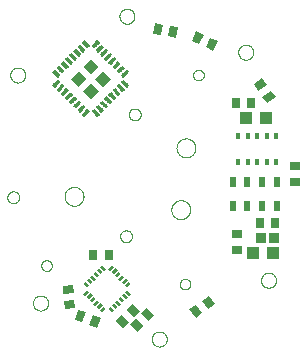
<source format=gtp>
G75*
%MOIN*%
%OFA0B0*%
%FSLAX25Y25*%
%IPPOS*%
%LPD*%
%AMOC8*
5,1,8,0,0,1.08239X$1,22.5*
%
%ADD10C,0.00000*%
%ADD11C,0.00591*%
%ADD12R,0.03740X0.03740*%
%ADD13R,0.02756X0.03543*%
%ADD14R,0.04331X0.03937*%
%ADD15R,0.01772X0.00984*%
%ADD16R,0.02362X0.03740*%
%ADD17R,0.01476X0.02362*%
%ADD18R,0.03543X0.02756*%
%ADD19R,0.03346X0.03543*%
D10*
X0038119Y0033019D02*
X0038121Y0033118D01*
X0038127Y0033218D01*
X0038137Y0033317D01*
X0038151Y0033415D01*
X0038168Y0033513D01*
X0038190Y0033610D01*
X0038215Y0033706D01*
X0038244Y0033801D01*
X0038277Y0033895D01*
X0038314Y0033987D01*
X0038354Y0034078D01*
X0038398Y0034167D01*
X0038446Y0034255D01*
X0038497Y0034340D01*
X0038551Y0034423D01*
X0038608Y0034505D01*
X0038669Y0034583D01*
X0038733Y0034660D01*
X0038799Y0034733D01*
X0038869Y0034804D01*
X0038941Y0034872D01*
X0039016Y0034938D01*
X0039094Y0035000D01*
X0039174Y0035059D01*
X0039256Y0035115D01*
X0039340Y0035167D01*
X0039427Y0035216D01*
X0039515Y0035262D01*
X0039605Y0035304D01*
X0039697Y0035343D01*
X0039790Y0035378D01*
X0039884Y0035409D01*
X0039980Y0035436D01*
X0040077Y0035459D01*
X0040174Y0035479D01*
X0040272Y0035495D01*
X0040371Y0035507D01*
X0040470Y0035515D01*
X0040569Y0035519D01*
X0040669Y0035519D01*
X0040768Y0035515D01*
X0040867Y0035507D01*
X0040966Y0035495D01*
X0041064Y0035479D01*
X0041161Y0035459D01*
X0041258Y0035436D01*
X0041354Y0035409D01*
X0041448Y0035378D01*
X0041541Y0035343D01*
X0041633Y0035304D01*
X0041723Y0035262D01*
X0041811Y0035216D01*
X0041898Y0035167D01*
X0041982Y0035115D01*
X0042064Y0035059D01*
X0042144Y0035000D01*
X0042222Y0034938D01*
X0042297Y0034872D01*
X0042369Y0034804D01*
X0042439Y0034733D01*
X0042505Y0034660D01*
X0042569Y0034583D01*
X0042630Y0034505D01*
X0042687Y0034423D01*
X0042741Y0034340D01*
X0042792Y0034255D01*
X0042840Y0034167D01*
X0042884Y0034078D01*
X0042924Y0033987D01*
X0042961Y0033895D01*
X0042994Y0033801D01*
X0043023Y0033706D01*
X0043048Y0033610D01*
X0043070Y0033513D01*
X0043087Y0033415D01*
X0043101Y0033317D01*
X0043111Y0033218D01*
X0043117Y0033118D01*
X0043119Y0033019D01*
X0043117Y0032920D01*
X0043111Y0032820D01*
X0043101Y0032721D01*
X0043087Y0032623D01*
X0043070Y0032525D01*
X0043048Y0032428D01*
X0043023Y0032332D01*
X0042994Y0032237D01*
X0042961Y0032143D01*
X0042924Y0032051D01*
X0042884Y0031960D01*
X0042840Y0031871D01*
X0042792Y0031783D01*
X0042741Y0031698D01*
X0042687Y0031615D01*
X0042630Y0031533D01*
X0042569Y0031455D01*
X0042505Y0031378D01*
X0042439Y0031305D01*
X0042369Y0031234D01*
X0042297Y0031166D01*
X0042222Y0031100D01*
X0042144Y0031038D01*
X0042064Y0030979D01*
X0041982Y0030923D01*
X0041898Y0030871D01*
X0041811Y0030822D01*
X0041723Y0030776D01*
X0041633Y0030734D01*
X0041541Y0030695D01*
X0041448Y0030660D01*
X0041354Y0030629D01*
X0041258Y0030602D01*
X0041161Y0030579D01*
X0041064Y0030559D01*
X0040966Y0030543D01*
X0040867Y0030531D01*
X0040768Y0030523D01*
X0040669Y0030519D01*
X0040569Y0030519D01*
X0040470Y0030523D01*
X0040371Y0030531D01*
X0040272Y0030543D01*
X0040174Y0030559D01*
X0040077Y0030579D01*
X0039980Y0030602D01*
X0039884Y0030629D01*
X0039790Y0030660D01*
X0039697Y0030695D01*
X0039605Y0030734D01*
X0039515Y0030776D01*
X0039427Y0030822D01*
X0039340Y0030871D01*
X0039256Y0030923D01*
X0039174Y0030979D01*
X0039094Y0031038D01*
X0039016Y0031100D01*
X0038941Y0031166D01*
X0038869Y0031234D01*
X0038799Y0031305D01*
X0038733Y0031378D01*
X0038669Y0031455D01*
X0038608Y0031533D01*
X0038551Y0031615D01*
X0038497Y0031698D01*
X0038446Y0031783D01*
X0038398Y0031871D01*
X0038354Y0031960D01*
X0038314Y0032051D01*
X0038277Y0032143D01*
X0038244Y0032237D01*
X0038215Y0032332D01*
X0038190Y0032428D01*
X0038168Y0032525D01*
X0038151Y0032623D01*
X0038137Y0032721D01*
X0038127Y0032820D01*
X0038121Y0032920D01*
X0038119Y0033019D01*
X0040859Y0045486D02*
X0040861Y0045570D01*
X0040867Y0045653D01*
X0040877Y0045736D01*
X0040891Y0045819D01*
X0040908Y0045901D01*
X0040930Y0045982D01*
X0040955Y0046061D01*
X0040984Y0046140D01*
X0041017Y0046217D01*
X0041053Y0046292D01*
X0041093Y0046366D01*
X0041136Y0046438D01*
X0041183Y0046507D01*
X0041233Y0046574D01*
X0041286Y0046639D01*
X0041342Y0046701D01*
X0041400Y0046761D01*
X0041462Y0046818D01*
X0041526Y0046871D01*
X0041593Y0046922D01*
X0041662Y0046969D01*
X0041733Y0047014D01*
X0041806Y0047054D01*
X0041881Y0047091D01*
X0041958Y0047125D01*
X0042036Y0047155D01*
X0042115Y0047181D01*
X0042196Y0047204D01*
X0042278Y0047222D01*
X0042360Y0047237D01*
X0042443Y0047248D01*
X0042526Y0047255D01*
X0042610Y0047258D01*
X0042694Y0047257D01*
X0042777Y0047252D01*
X0042861Y0047243D01*
X0042943Y0047230D01*
X0043025Y0047214D01*
X0043106Y0047193D01*
X0043187Y0047169D01*
X0043265Y0047141D01*
X0043343Y0047109D01*
X0043419Y0047073D01*
X0043493Y0047034D01*
X0043565Y0046992D01*
X0043635Y0046946D01*
X0043703Y0046897D01*
X0043768Y0046845D01*
X0043831Y0046790D01*
X0043891Y0046732D01*
X0043949Y0046671D01*
X0044003Y0046607D01*
X0044055Y0046541D01*
X0044103Y0046473D01*
X0044148Y0046402D01*
X0044189Y0046329D01*
X0044228Y0046255D01*
X0044262Y0046179D01*
X0044293Y0046101D01*
X0044320Y0046022D01*
X0044344Y0045941D01*
X0044363Y0045860D01*
X0044379Y0045778D01*
X0044391Y0045695D01*
X0044399Y0045611D01*
X0044403Y0045528D01*
X0044403Y0045444D01*
X0044399Y0045361D01*
X0044391Y0045277D01*
X0044379Y0045194D01*
X0044363Y0045112D01*
X0044344Y0045031D01*
X0044320Y0044950D01*
X0044293Y0044871D01*
X0044262Y0044793D01*
X0044228Y0044717D01*
X0044189Y0044643D01*
X0044148Y0044570D01*
X0044103Y0044499D01*
X0044055Y0044431D01*
X0044003Y0044365D01*
X0043949Y0044301D01*
X0043891Y0044240D01*
X0043831Y0044182D01*
X0043768Y0044127D01*
X0043703Y0044075D01*
X0043635Y0044026D01*
X0043565Y0043980D01*
X0043493Y0043938D01*
X0043419Y0043899D01*
X0043343Y0043863D01*
X0043265Y0043831D01*
X0043187Y0043803D01*
X0043106Y0043779D01*
X0043025Y0043758D01*
X0042943Y0043742D01*
X0042861Y0043729D01*
X0042777Y0043720D01*
X0042694Y0043715D01*
X0042610Y0043714D01*
X0042526Y0043717D01*
X0042443Y0043724D01*
X0042360Y0043735D01*
X0042278Y0043750D01*
X0042196Y0043768D01*
X0042115Y0043791D01*
X0042036Y0043817D01*
X0041958Y0043847D01*
X0041881Y0043881D01*
X0041806Y0043918D01*
X0041733Y0043958D01*
X0041662Y0044003D01*
X0041593Y0044050D01*
X0041526Y0044101D01*
X0041462Y0044154D01*
X0041400Y0044211D01*
X0041342Y0044271D01*
X0041286Y0044333D01*
X0041233Y0044398D01*
X0041183Y0044465D01*
X0041136Y0044534D01*
X0041093Y0044606D01*
X0041053Y0044680D01*
X0041017Y0044755D01*
X0040984Y0044832D01*
X0040955Y0044911D01*
X0040930Y0044990D01*
X0040908Y0045071D01*
X0040891Y0045153D01*
X0040877Y0045236D01*
X0040867Y0045319D01*
X0040861Y0045402D01*
X0040859Y0045486D01*
X0029556Y0068274D02*
X0029558Y0068362D01*
X0029564Y0068450D01*
X0029574Y0068538D01*
X0029588Y0068626D01*
X0029605Y0068712D01*
X0029627Y0068798D01*
X0029652Y0068882D01*
X0029682Y0068966D01*
X0029714Y0069048D01*
X0029751Y0069128D01*
X0029791Y0069207D01*
X0029835Y0069284D01*
X0029882Y0069359D01*
X0029932Y0069431D01*
X0029986Y0069502D01*
X0030042Y0069569D01*
X0030102Y0069635D01*
X0030164Y0069697D01*
X0030230Y0069757D01*
X0030297Y0069813D01*
X0030368Y0069867D01*
X0030440Y0069917D01*
X0030515Y0069964D01*
X0030592Y0070008D01*
X0030671Y0070048D01*
X0030751Y0070085D01*
X0030833Y0070117D01*
X0030917Y0070147D01*
X0031001Y0070172D01*
X0031087Y0070194D01*
X0031173Y0070211D01*
X0031261Y0070225D01*
X0031349Y0070235D01*
X0031437Y0070241D01*
X0031525Y0070243D01*
X0031613Y0070241D01*
X0031701Y0070235D01*
X0031789Y0070225D01*
X0031877Y0070211D01*
X0031963Y0070194D01*
X0032049Y0070172D01*
X0032133Y0070147D01*
X0032217Y0070117D01*
X0032299Y0070085D01*
X0032379Y0070048D01*
X0032458Y0070008D01*
X0032535Y0069964D01*
X0032610Y0069917D01*
X0032682Y0069867D01*
X0032753Y0069813D01*
X0032820Y0069757D01*
X0032886Y0069697D01*
X0032948Y0069635D01*
X0033008Y0069569D01*
X0033064Y0069502D01*
X0033118Y0069431D01*
X0033168Y0069359D01*
X0033215Y0069284D01*
X0033259Y0069207D01*
X0033299Y0069128D01*
X0033336Y0069048D01*
X0033368Y0068966D01*
X0033398Y0068882D01*
X0033423Y0068798D01*
X0033445Y0068712D01*
X0033462Y0068626D01*
X0033476Y0068538D01*
X0033486Y0068450D01*
X0033492Y0068362D01*
X0033494Y0068274D01*
X0033492Y0068186D01*
X0033486Y0068098D01*
X0033476Y0068010D01*
X0033462Y0067922D01*
X0033445Y0067836D01*
X0033423Y0067750D01*
X0033398Y0067666D01*
X0033368Y0067582D01*
X0033336Y0067500D01*
X0033299Y0067420D01*
X0033259Y0067341D01*
X0033215Y0067264D01*
X0033168Y0067189D01*
X0033118Y0067117D01*
X0033064Y0067046D01*
X0033008Y0066979D01*
X0032948Y0066913D01*
X0032886Y0066851D01*
X0032820Y0066791D01*
X0032753Y0066735D01*
X0032682Y0066681D01*
X0032610Y0066631D01*
X0032535Y0066584D01*
X0032458Y0066540D01*
X0032379Y0066500D01*
X0032299Y0066463D01*
X0032217Y0066431D01*
X0032133Y0066401D01*
X0032049Y0066376D01*
X0031963Y0066354D01*
X0031877Y0066337D01*
X0031789Y0066323D01*
X0031701Y0066313D01*
X0031613Y0066307D01*
X0031525Y0066305D01*
X0031437Y0066307D01*
X0031349Y0066313D01*
X0031261Y0066323D01*
X0031173Y0066337D01*
X0031087Y0066354D01*
X0031001Y0066376D01*
X0030917Y0066401D01*
X0030833Y0066431D01*
X0030751Y0066463D01*
X0030671Y0066500D01*
X0030592Y0066540D01*
X0030515Y0066584D01*
X0030440Y0066631D01*
X0030368Y0066681D01*
X0030297Y0066735D01*
X0030230Y0066791D01*
X0030164Y0066851D01*
X0030102Y0066913D01*
X0030042Y0066979D01*
X0029986Y0067046D01*
X0029932Y0067117D01*
X0029882Y0067189D01*
X0029835Y0067264D01*
X0029791Y0067341D01*
X0029751Y0067420D01*
X0029714Y0067500D01*
X0029682Y0067582D01*
X0029652Y0067666D01*
X0029627Y0067750D01*
X0029605Y0067836D01*
X0029588Y0067922D01*
X0029574Y0068010D01*
X0029564Y0068098D01*
X0029558Y0068186D01*
X0029556Y0068274D01*
X0048652Y0068588D02*
X0048654Y0068700D01*
X0048660Y0068811D01*
X0048670Y0068923D01*
X0048684Y0069034D01*
X0048701Y0069144D01*
X0048723Y0069254D01*
X0048749Y0069363D01*
X0048778Y0069471D01*
X0048811Y0069577D01*
X0048848Y0069683D01*
X0048889Y0069787D01*
X0048934Y0069890D01*
X0048982Y0069991D01*
X0049033Y0070090D01*
X0049088Y0070187D01*
X0049147Y0070282D01*
X0049208Y0070376D01*
X0049273Y0070467D01*
X0049342Y0070555D01*
X0049413Y0070641D01*
X0049487Y0070725D01*
X0049565Y0070805D01*
X0049645Y0070883D01*
X0049728Y0070959D01*
X0049813Y0071031D01*
X0049901Y0071100D01*
X0049991Y0071166D01*
X0050084Y0071228D01*
X0050179Y0071288D01*
X0050276Y0071344D01*
X0050374Y0071396D01*
X0050475Y0071445D01*
X0050577Y0071490D01*
X0050681Y0071532D01*
X0050786Y0071570D01*
X0050893Y0071604D01*
X0051000Y0071634D01*
X0051109Y0071661D01*
X0051218Y0071683D01*
X0051329Y0071702D01*
X0051439Y0071717D01*
X0051551Y0071728D01*
X0051662Y0071735D01*
X0051774Y0071738D01*
X0051886Y0071737D01*
X0051998Y0071732D01*
X0052109Y0071723D01*
X0052220Y0071710D01*
X0052331Y0071693D01*
X0052441Y0071673D01*
X0052550Y0071648D01*
X0052658Y0071620D01*
X0052765Y0071587D01*
X0052871Y0071551D01*
X0052975Y0071511D01*
X0053078Y0071468D01*
X0053180Y0071421D01*
X0053279Y0071370D01*
X0053377Y0071316D01*
X0053473Y0071258D01*
X0053567Y0071197D01*
X0053658Y0071133D01*
X0053747Y0071066D01*
X0053834Y0070995D01*
X0053918Y0070921D01*
X0054000Y0070845D01*
X0054078Y0070765D01*
X0054154Y0070683D01*
X0054227Y0070598D01*
X0054297Y0070511D01*
X0054363Y0070421D01*
X0054427Y0070329D01*
X0054487Y0070235D01*
X0054544Y0070139D01*
X0054597Y0070040D01*
X0054647Y0069940D01*
X0054693Y0069839D01*
X0054736Y0069735D01*
X0054775Y0069630D01*
X0054810Y0069524D01*
X0054841Y0069417D01*
X0054869Y0069308D01*
X0054892Y0069199D01*
X0054912Y0069089D01*
X0054928Y0068978D01*
X0054940Y0068867D01*
X0054948Y0068756D01*
X0054952Y0068644D01*
X0054952Y0068532D01*
X0054948Y0068420D01*
X0054940Y0068309D01*
X0054928Y0068198D01*
X0054912Y0068087D01*
X0054892Y0067977D01*
X0054869Y0067868D01*
X0054841Y0067759D01*
X0054810Y0067652D01*
X0054775Y0067546D01*
X0054736Y0067441D01*
X0054693Y0067337D01*
X0054647Y0067236D01*
X0054597Y0067136D01*
X0054544Y0067037D01*
X0054487Y0066941D01*
X0054427Y0066847D01*
X0054363Y0066755D01*
X0054297Y0066665D01*
X0054227Y0066578D01*
X0054154Y0066493D01*
X0054078Y0066411D01*
X0054000Y0066331D01*
X0053918Y0066255D01*
X0053834Y0066181D01*
X0053747Y0066110D01*
X0053658Y0066043D01*
X0053567Y0065979D01*
X0053473Y0065918D01*
X0053377Y0065860D01*
X0053279Y0065806D01*
X0053180Y0065755D01*
X0053078Y0065708D01*
X0052975Y0065665D01*
X0052871Y0065625D01*
X0052765Y0065589D01*
X0052658Y0065556D01*
X0052550Y0065528D01*
X0052441Y0065503D01*
X0052331Y0065483D01*
X0052220Y0065466D01*
X0052109Y0065453D01*
X0051998Y0065444D01*
X0051886Y0065439D01*
X0051774Y0065438D01*
X0051662Y0065441D01*
X0051551Y0065448D01*
X0051439Y0065459D01*
X0051329Y0065474D01*
X0051218Y0065493D01*
X0051109Y0065515D01*
X0051000Y0065542D01*
X0050893Y0065572D01*
X0050786Y0065606D01*
X0050681Y0065644D01*
X0050577Y0065686D01*
X0050475Y0065731D01*
X0050374Y0065780D01*
X0050276Y0065832D01*
X0050179Y0065888D01*
X0050084Y0065948D01*
X0049991Y0066010D01*
X0049901Y0066076D01*
X0049813Y0066145D01*
X0049728Y0066217D01*
X0049645Y0066293D01*
X0049565Y0066371D01*
X0049487Y0066451D01*
X0049413Y0066535D01*
X0049342Y0066621D01*
X0049273Y0066709D01*
X0049208Y0066800D01*
X0049147Y0066894D01*
X0049088Y0066989D01*
X0049033Y0067086D01*
X0048982Y0067185D01*
X0048934Y0067286D01*
X0048889Y0067389D01*
X0048848Y0067493D01*
X0048811Y0067599D01*
X0048778Y0067705D01*
X0048749Y0067813D01*
X0048723Y0067922D01*
X0048701Y0068032D01*
X0048684Y0068142D01*
X0048670Y0068253D01*
X0048660Y0068365D01*
X0048654Y0068476D01*
X0048652Y0068588D01*
X0067155Y0055278D02*
X0067157Y0055366D01*
X0067163Y0055454D01*
X0067173Y0055542D01*
X0067187Y0055630D01*
X0067204Y0055716D01*
X0067226Y0055802D01*
X0067251Y0055886D01*
X0067281Y0055970D01*
X0067313Y0056052D01*
X0067350Y0056132D01*
X0067390Y0056211D01*
X0067434Y0056288D01*
X0067481Y0056363D01*
X0067531Y0056435D01*
X0067585Y0056506D01*
X0067641Y0056573D01*
X0067701Y0056639D01*
X0067763Y0056701D01*
X0067829Y0056761D01*
X0067896Y0056817D01*
X0067967Y0056871D01*
X0068039Y0056921D01*
X0068114Y0056968D01*
X0068191Y0057012D01*
X0068270Y0057052D01*
X0068350Y0057089D01*
X0068432Y0057121D01*
X0068516Y0057151D01*
X0068600Y0057176D01*
X0068686Y0057198D01*
X0068772Y0057215D01*
X0068860Y0057229D01*
X0068948Y0057239D01*
X0069036Y0057245D01*
X0069124Y0057247D01*
X0069212Y0057245D01*
X0069300Y0057239D01*
X0069388Y0057229D01*
X0069476Y0057215D01*
X0069562Y0057198D01*
X0069648Y0057176D01*
X0069732Y0057151D01*
X0069816Y0057121D01*
X0069898Y0057089D01*
X0069978Y0057052D01*
X0070057Y0057012D01*
X0070134Y0056968D01*
X0070209Y0056921D01*
X0070281Y0056871D01*
X0070352Y0056817D01*
X0070419Y0056761D01*
X0070485Y0056701D01*
X0070547Y0056639D01*
X0070607Y0056573D01*
X0070663Y0056506D01*
X0070717Y0056435D01*
X0070767Y0056363D01*
X0070814Y0056288D01*
X0070858Y0056211D01*
X0070898Y0056132D01*
X0070935Y0056052D01*
X0070967Y0055970D01*
X0070997Y0055886D01*
X0071022Y0055802D01*
X0071044Y0055716D01*
X0071061Y0055630D01*
X0071075Y0055542D01*
X0071085Y0055454D01*
X0071091Y0055366D01*
X0071093Y0055278D01*
X0071091Y0055190D01*
X0071085Y0055102D01*
X0071075Y0055014D01*
X0071061Y0054926D01*
X0071044Y0054840D01*
X0071022Y0054754D01*
X0070997Y0054670D01*
X0070967Y0054586D01*
X0070935Y0054504D01*
X0070898Y0054424D01*
X0070858Y0054345D01*
X0070814Y0054268D01*
X0070767Y0054193D01*
X0070717Y0054121D01*
X0070663Y0054050D01*
X0070607Y0053983D01*
X0070547Y0053917D01*
X0070485Y0053855D01*
X0070419Y0053795D01*
X0070352Y0053739D01*
X0070281Y0053685D01*
X0070209Y0053635D01*
X0070134Y0053588D01*
X0070057Y0053544D01*
X0069978Y0053504D01*
X0069898Y0053467D01*
X0069816Y0053435D01*
X0069732Y0053405D01*
X0069648Y0053380D01*
X0069562Y0053358D01*
X0069476Y0053341D01*
X0069388Y0053327D01*
X0069300Y0053317D01*
X0069212Y0053311D01*
X0069124Y0053309D01*
X0069036Y0053311D01*
X0068948Y0053317D01*
X0068860Y0053327D01*
X0068772Y0053341D01*
X0068686Y0053358D01*
X0068600Y0053380D01*
X0068516Y0053405D01*
X0068432Y0053435D01*
X0068350Y0053467D01*
X0068270Y0053504D01*
X0068191Y0053544D01*
X0068114Y0053588D01*
X0068039Y0053635D01*
X0067967Y0053685D01*
X0067896Y0053739D01*
X0067829Y0053795D01*
X0067763Y0053855D01*
X0067701Y0053917D01*
X0067641Y0053983D01*
X0067585Y0054050D01*
X0067531Y0054121D01*
X0067481Y0054193D01*
X0067434Y0054268D01*
X0067390Y0054345D01*
X0067350Y0054424D01*
X0067313Y0054504D01*
X0067281Y0054586D01*
X0067251Y0054670D01*
X0067226Y0054754D01*
X0067204Y0054840D01*
X0067187Y0054926D01*
X0067173Y0055014D01*
X0067163Y0055102D01*
X0067157Y0055190D01*
X0067155Y0055278D01*
X0084218Y0064133D02*
X0084220Y0064245D01*
X0084226Y0064356D01*
X0084236Y0064468D01*
X0084250Y0064579D01*
X0084267Y0064689D01*
X0084289Y0064799D01*
X0084315Y0064908D01*
X0084344Y0065016D01*
X0084377Y0065122D01*
X0084414Y0065228D01*
X0084455Y0065332D01*
X0084500Y0065435D01*
X0084548Y0065536D01*
X0084599Y0065635D01*
X0084654Y0065732D01*
X0084713Y0065827D01*
X0084774Y0065921D01*
X0084839Y0066012D01*
X0084908Y0066100D01*
X0084979Y0066186D01*
X0085053Y0066270D01*
X0085131Y0066350D01*
X0085211Y0066428D01*
X0085294Y0066504D01*
X0085379Y0066576D01*
X0085467Y0066645D01*
X0085557Y0066711D01*
X0085650Y0066773D01*
X0085745Y0066833D01*
X0085842Y0066889D01*
X0085940Y0066941D01*
X0086041Y0066990D01*
X0086143Y0067035D01*
X0086247Y0067077D01*
X0086352Y0067115D01*
X0086459Y0067149D01*
X0086566Y0067179D01*
X0086675Y0067206D01*
X0086784Y0067228D01*
X0086895Y0067247D01*
X0087005Y0067262D01*
X0087117Y0067273D01*
X0087228Y0067280D01*
X0087340Y0067283D01*
X0087452Y0067282D01*
X0087564Y0067277D01*
X0087675Y0067268D01*
X0087786Y0067255D01*
X0087897Y0067238D01*
X0088007Y0067218D01*
X0088116Y0067193D01*
X0088224Y0067165D01*
X0088331Y0067132D01*
X0088437Y0067096D01*
X0088541Y0067056D01*
X0088644Y0067013D01*
X0088746Y0066966D01*
X0088845Y0066915D01*
X0088943Y0066861D01*
X0089039Y0066803D01*
X0089133Y0066742D01*
X0089224Y0066678D01*
X0089313Y0066611D01*
X0089400Y0066540D01*
X0089484Y0066466D01*
X0089566Y0066390D01*
X0089644Y0066310D01*
X0089720Y0066228D01*
X0089793Y0066143D01*
X0089863Y0066056D01*
X0089929Y0065966D01*
X0089993Y0065874D01*
X0090053Y0065780D01*
X0090110Y0065684D01*
X0090163Y0065585D01*
X0090213Y0065485D01*
X0090259Y0065384D01*
X0090302Y0065280D01*
X0090341Y0065175D01*
X0090376Y0065069D01*
X0090407Y0064962D01*
X0090435Y0064853D01*
X0090458Y0064744D01*
X0090478Y0064634D01*
X0090494Y0064523D01*
X0090506Y0064412D01*
X0090514Y0064301D01*
X0090518Y0064189D01*
X0090518Y0064077D01*
X0090514Y0063965D01*
X0090506Y0063854D01*
X0090494Y0063743D01*
X0090478Y0063632D01*
X0090458Y0063522D01*
X0090435Y0063413D01*
X0090407Y0063304D01*
X0090376Y0063197D01*
X0090341Y0063091D01*
X0090302Y0062986D01*
X0090259Y0062882D01*
X0090213Y0062781D01*
X0090163Y0062681D01*
X0090110Y0062582D01*
X0090053Y0062486D01*
X0089993Y0062392D01*
X0089929Y0062300D01*
X0089863Y0062210D01*
X0089793Y0062123D01*
X0089720Y0062038D01*
X0089644Y0061956D01*
X0089566Y0061876D01*
X0089484Y0061800D01*
X0089400Y0061726D01*
X0089313Y0061655D01*
X0089224Y0061588D01*
X0089133Y0061524D01*
X0089039Y0061463D01*
X0088943Y0061405D01*
X0088845Y0061351D01*
X0088746Y0061300D01*
X0088644Y0061253D01*
X0088541Y0061210D01*
X0088437Y0061170D01*
X0088331Y0061134D01*
X0088224Y0061101D01*
X0088116Y0061073D01*
X0088007Y0061048D01*
X0087897Y0061028D01*
X0087786Y0061011D01*
X0087675Y0060998D01*
X0087564Y0060989D01*
X0087452Y0060984D01*
X0087340Y0060983D01*
X0087228Y0060986D01*
X0087117Y0060993D01*
X0087005Y0061004D01*
X0086895Y0061019D01*
X0086784Y0061038D01*
X0086675Y0061060D01*
X0086566Y0061087D01*
X0086459Y0061117D01*
X0086352Y0061151D01*
X0086247Y0061189D01*
X0086143Y0061231D01*
X0086041Y0061276D01*
X0085940Y0061325D01*
X0085842Y0061377D01*
X0085745Y0061433D01*
X0085650Y0061493D01*
X0085557Y0061555D01*
X0085467Y0061621D01*
X0085379Y0061690D01*
X0085294Y0061762D01*
X0085211Y0061838D01*
X0085131Y0061916D01*
X0085053Y0061996D01*
X0084979Y0062080D01*
X0084908Y0062166D01*
X0084839Y0062254D01*
X0084774Y0062345D01*
X0084713Y0062439D01*
X0084654Y0062534D01*
X0084599Y0062631D01*
X0084548Y0062730D01*
X0084500Y0062831D01*
X0084455Y0062934D01*
X0084414Y0063038D01*
X0084377Y0063144D01*
X0084344Y0063250D01*
X0084315Y0063358D01*
X0084289Y0063467D01*
X0084267Y0063577D01*
X0084250Y0063687D01*
X0084236Y0063798D01*
X0084226Y0063910D01*
X0084220Y0064021D01*
X0084218Y0064133D01*
X0085940Y0084748D02*
X0085942Y0084860D01*
X0085948Y0084971D01*
X0085958Y0085083D01*
X0085972Y0085194D01*
X0085989Y0085304D01*
X0086011Y0085414D01*
X0086037Y0085523D01*
X0086066Y0085631D01*
X0086099Y0085737D01*
X0086136Y0085843D01*
X0086177Y0085947D01*
X0086222Y0086050D01*
X0086270Y0086151D01*
X0086321Y0086250D01*
X0086376Y0086347D01*
X0086435Y0086442D01*
X0086496Y0086536D01*
X0086561Y0086627D01*
X0086630Y0086715D01*
X0086701Y0086801D01*
X0086775Y0086885D01*
X0086853Y0086965D01*
X0086933Y0087043D01*
X0087016Y0087119D01*
X0087101Y0087191D01*
X0087189Y0087260D01*
X0087279Y0087326D01*
X0087372Y0087388D01*
X0087467Y0087448D01*
X0087564Y0087504D01*
X0087662Y0087556D01*
X0087763Y0087605D01*
X0087865Y0087650D01*
X0087969Y0087692D01*
X0088074Y0087730D01*
X0088181Y0087764D01*
X0088288Y0087794D01*
X0088397Y0087821D01*
X0088506Y0087843D01*
X0088617Y0087862D01*
X0088727Y0087877D01*
X0088839Y0087888D01*
X0088950Y0087895D01*
X0089062Y0087898D01*
X0089174Y0087897D01*
X0089286Y0087892D01*
X0089397Y0087883D01*
X0089508Y0087870D01*
X0089619Y0087853D01*
X0089729Y0087833D01*
X0089838Y0087808D01*
X0089946Y0087780D01*
X0090053Y0087747D01*
X0090159Y0087711D01*
X0090263Y0087671D01*
X0090366Y0087628D01*
X0090468Y0087581D01*
X0090567Y0087530D01*
X0090665Y0087476D01*
X0090761Y0087418D01*
X0090855Y0087357D01*
X0090946Y0087293D01*
X0091035Y0087226D01*
X0091122Y0087155D01*
X0091206Y0087081D01*
X0091288Y0087005D01*
X0091366Y0086925D01*
X0091442Y0086843D01*
X0091515Y0086758D01*
X0091585Y0086671D01*
X0091651Y0086581D01*
X0091715Y0086489D01*
X0091775Y0086395D01*
X0091832Y0086299D01*
X0091885Y0086200D01*
X0091935Y0086100D01*
X0091981Y0085999D01*
X0092024Y0085895D01*
X0092063Y0085790D01*
X0092098Y0085684D01*
X0092129Y0085577D01*
X0092157Y0085468D01*
X0092180Y0085359D01*
X0092200Y0085249D01*
X0092216Y0085138D01*
X0092228Y0085027D01*
X0092236Y0084916D01*
X0092240Y0084804D01*
X0092240Y0084692D01*
X0092236Y0084580D01*
X0092228Y0084469D01*
X0092216Y0084358D01*
X0092200Y0084247D01*
X0092180Y0084137D01*
X0092157Y0084028D01*
X0092129Y0083919D01*
X0092098Y0083812D01*
X0092063Y0083706D01*
X0092024Y0083601D01*
X0091981Y0083497D01*
X0091935Y0083396D01*
X0091885Y0083296D01*
X0091832Y0083197D01*
X0091775Y0083101D01*
X0091715Y0083007D01*
X0091651Y0082915D01*
X0091585Y0082825D01*
X0091515Y0082738D01*
X0091442Y0082653D01*
X0091366Y0082571D01*
X0091288Y0082491D01*
X0091206Y0082415D01*
X0091122Y0082341D01*
X0091035Y0082270D01*
X0090946Y0082203D01*
X0090855Y0082139D01*
X0090761Y0082078D01*
X0090665Y0082020D01*
X0090567Y0081966D01*
X0090468Y0081915D01*
X0090366Y0081868D01*
X0090263Y0081825D01*
X0090159Y0081785D01*
X0090053Y0081749D01*
X0089946Y0081716D01*
X0089838Y0081688D01*
X0089729Y0081663D01*
X0089619Y0081643D01*
X0089508Y0081626D01*
X0089397Y0081613D01*
X0089286Y0081604D01*
X0089174Y0081599D01*
X0089062Y0081598D01*
X0088950Y0081601D01*
X0088839Y0081608D01*
X0088727Y0081619D01*
X0088617Y0081634D01*
X0088506Y0081653D01*
X0088397Y0081675D01*
X0088288Y0081702D01*
X0088181Y0081732D01*
X0088074Y0081766D01*
X0087969Y0081804D01*
X0087865Y0081846D01*
X0087763Y0081891D01*
X0087662Y0081940D01*
X0087564Y0081992D01*
X0087467Y0082048D01*
X0087372Y0082108D01*
X0087279Y0082170D01*
X0087189Y0082236D01*
X0087101Y0082305D01*
X0087016Y0082377D01*
X0086933Y0082453D01*
X0086853Y0082531D01*
X0086775Y0082611D01*
X0086701Y0082695D01*
X0086630Y0082781D01*
X0086561Y0082869D01*
X0086496Y0082960D01*
X0086435Y0083054D01*
X0086376Y0083149D01*
X0086321Y0083246D01*
X0086270Y0083345D01*
X0086222Y0083446D01*
X0086177Y0083549D01*
X0086136Y0083653D01*
X0086099Y0083759D01*
X0086066Y0083865D01*
X0086037Y0083973D01*
X0086011Y0084082D01*
X0085989Y0084192D01*
X0085972Y0084302D01*
X0085958Y0084413D01*
X0085948Y0084525D01*
X0085942Y0084636D01*
X0085940Y0084748D01*
X0070056Y0095892D02*
X0070058Y0095980D01*
X0070064Y0096068D01*
X0070074Y0096156D01*
X0070088Y0096244D01*
X0070105Y0096330D01*
X0070127Y0096416D01*
X0070152Y0096500D01*
X0070182Y0096584D01*
X0070214Y0096666D01*
X0070251Y0096746D01*
X0070291Y0096825D01*
X0070335Y0096902D01*
X0070382Y0096977D01*
X0070432Y0097049D01*
X0070486Y0097120D01*
X0070542Y0097187D01*
X0070602Y0097253D01*
X0070664Y0097315D01*
X0070730Y0097375D01*
X0070797Y0097431D01*
X0070868Y0097485D01*
X0070940Y0097535D01*
X0071015Y0097582D01*
X0071092Y0097626D01*
X0071171Y0097666D01*
X0071251Y0097703D01*
X0071333Y0097735D01*
X0071417Y0097765D01*
X0071501Y0097790D01*
X0071587Y0097812D01*
X0071673Y0097829D01*
X0071761Y0097843D01*
X0071849Y0097853D01*
X0071937Y0097859D01*
X0072025Y0097861D01*
X0072113Y0097859D01*
X0072201Y0097853D01*
X0072289Y0097843D01*
X0072377Y0097829D01*
X0072463Y0097812D01*
X0072549Y0097790D01*
X0072633Y0097765D01*
X0072717Y0097735D01*
X0072799Y0097703D01*
X0072879Y0097666D01*
X0072958Y0097626D01*
X0073035Y0097582D01*
X0073110Y0097535D01*
X0073182Y0097485D01*
X0073253Y0097431D01*
X0073320Y0097375D01*
X0073386Y0097315D01*
X0073448Y0097253D01*
X0073508Y0097187D01*
X0073564Y0097120D01*
X0073618Y0097049D01*
X0073668Y0096977D01*
X0073715Y0096902D01*
X0073759Y0096825D01*
X0073799Y0096746D01*
X0073836Y0096666D01*
X0073868Y0096584D01*
X0073898Y0096500D01*
X0073923Y0096416D01*
X0073945Y0096330D01*
X0073962Y0096244D01*
X0073976Y0096156D01*
X0073986Y0096068D01*
X0073992Y0095980D01*
X0073994Y0095892D01*
X0073992Y0095804D01*
X0073986Y0095716D01*
X0073976Y0095628D01*
X0073962Y0095540D01*
X0073945Y0095454D01*
X0073923Y0095368D01*
X0073898Y0095284D01*
X0073868Y0095200D01*
X0073836Y0095118D01*
X0073799Y0095038D01*
X0073759Y0094959D01*
X0073715Y0094882D01*
X0073668Y0094807D01*
X0073618Y0094735D01*
X0073564Y0094664D01*
X0073508Y0094597D01*
X0073448Y0094531D01*
X0073386Y0094469D01*
X0073320Y0094409D01*
X0073253Y0094353D01*
X0073182Y0094299D01*
X0073110Y0094249D01*
X0073035Y0094202D01*
X0072958Y0094158D01*
X0072879Y0094118D01*
X0072799Y0094081D01*
X0072717Y0094049D01*
X0072633Y0094019D01*
X0072549Y0093994D01*
X0072463Y0093972D01*
X0072377Y0093955D01*
X0072289Y0093941D01*
X0072201Y0093931D01*
X0072113Y0093925D01*
X0072025Y0093923D01*
X0071937Y0093925D01*
X0071849Y0093931D01*
X0071761Y0093941D01*
X0071673Y0093955D01*
X0071587Y0093972D01*
X0071501Y0093994D01*
X0071417Y0094019D01*
X0071333Y0094049D01*
X0071251Y0094081D01*
X0071171Y0094118D01*
X0071092Y0094158D01*
X0071015Y0094202D01*
X0070940Y0094249D01*
X0070868Y0094299D01*
X0070797Y0094353D01*
X0070730Y0094409D01*
X0070664Y0094469D01*
X0070602Y0094531D01*
X0070542Y0094597D01*
X0070486Y0094664D01*
X0070432Y0094735D01*
X0070382Y0094807D01*
X0070335Y0094882D01*
X0070291Y0094959D01*
X0070251Y0095038D01*
X0070214Y0095118D01*
X0070182Y0095200D01*
X0070152Y0095284D01*
X0070127Y0095368D01*
X0070105Y0095454D01*
X0070088Y0095540D01*
X0070074Y0095628D01*
X0070064Y0095716D01*
X0070058Y0095804D01*
X0070056Y0095892D01*
X0091483Y0109007D02*
X0091485Y0109091D01*
X0091491Y0109174D01*
X0091501Y0109257D01*
X0091515Y0109340D01*
X0091532Y0109422D01*
X0091554Y0109503D01*
X0091579Y0109582D01*
X0091608Y0109661D01*
X0091641Y0109738D01*
X0091677Y0109813D01*
X0091717Y0109887D01*
X0091760Y0109959D01*
X0091807Y0110028D01*
X0091857Y0110095D01*
X0091910Y0110160D01*
X0091966Y0110222D01*
X0092024Y0110282D01*
X0092086Y0110339D01*
X0092150Y0110392D01*
X0092217Y0110443D01*
X0092286Y0110490D01*
X0092357Y0110535D01*
X0092430Y0110575D01*
X0092505Y0110612D01*
X0092582Y0110646D01*
X0092660Y0110676D01*
X0092739Y0110702D01*
X0092820Y0110725D01*
X0092902Y0110743D01*
X0092984Y0110758D01*
X0093067Y0110769D01*
X0093150Y0110776D01*
X0093234Y0110779D01*
X0093318Y0110778D01*
X0093401Y0110773D01*
X0093485Y0110764D01*
X0093567Y0110751D01*
X0093649Y0110735D01*
X0093730Y0110714D01*
X0093811Y0110690D01*
X0093889Y0110662D01*
X0093967Y0110630D01*
X0094043Y0110594D01*
X0094117Y0110555D01*
X0094189Y0110513D01*
X0094259Y0110467D01*
X0094327Y0110418D01*
X0094392Y0110366D01*
X0094455Y0110311D01*
X0094515Y0110253D01*
X0094573Y0110192D01*
X0094627Y0110128D01*
X0094679Y0110062D01*
X0094727Y0109994D01*
X0094772Y0109923D01*
X0094813Y0109850D01*
X0094852Y0109776D01*
X0094886Y0109700D01*
X0094917Y0109622D01*
X0094944Y0109543D01*
X0094968Y0109462D01*
X0094987Y0109381D01*
X0095003Y0109299D01*
X0095015Y0109216D01*
X0095023Y0109132D01*
X0095027Y0109049D01*
X0095027Y0108965D01*
X0095023Y0108882D01*
X0095015Y0108798D01*
X0095003Y0108715D01*
X0094987Y0108633D01*
X0094968Y0108552D01*
X0094944Y0108471D01*
X0094917Y0108392D01*
X0094886Y0108314D01*
X0094852Y0108238D01*
X0094813Y0108164D01*
X0094772Y0108091D01*
X0094727Y0108020D01*
X0094679Y0107952D01*
X0094627Y0107886D01*
X0094573Y0107822D01*
X0094515Y0107761D01*
X0094455Y0107703D01*
X0094392Y0107648D01*
X0094327Y0107596D01*
X0094259Y0107547D01*
X0094189Y0107501D01*
X0094117Y0107459D01*
X0094043Y0107420D01*
X0093967Y0107384D01*
X0093889Y0107352D01*
X0093811Y0107324D01*
X0093730Y0107300D01*
X0093649Y0107279D01*
X0093567Y0107263D01*
X0093485Y0107250D01*
X0093401Y0107241D01*
X0093318Y0107236D01*
X0093234Y0107235D01*
X0093150Y0107238D01*
X0093067Y0107245D01*
X0092984Y0107256D01*
X0092902Y0107271D01*
X0092820Y0107289D01*
X0092739Y0107312D01*
X0092660Y0107338D01*
X0092582Y0107368D01*
X0092505Y0107402D01*
X0092430Y0107439D01*
X0092357Y0107479D01*
X0092286Y0107524D01*
X0092217Y0107571D01*
X0092150Y0107622D01*
X0092086Y0107675D01*
X0092024Y0107732D01*
X0091966Y0107792D01*
X0091910Y0107854D01*
X0091857Y0107919D01*
X0091807Y0107986D01*
X0091760Y0108055D01*
X0091717Y0108127D01*
X0091677Y0108201D01*
X0091641Y0108276D01*
X0091608Y0108353D01*
X0091579Y0108432D01*
X0091554Y0108511D01*
X0091532Y0108592D01*
X0091515Y0108674D01*
X0091501Y0108757D01*
X0091491Y0108840D01*
X0091485Y0108923D01*
X0091483Y0109007D01*
X0106519Y0116619D02*
X0106521Y0116718D01*
X0106527Y0116818D01*
X0106537Y0116917D01*
X0106551Y0117015D01*
X0106568Y0117113D01*
X0106590Y0117210D01*
X0106615Y0117306D01*
X0106644Y0117401D01*
X0106677Y0117495D01*
X0106714Y0117587D01*
X0106754Y0117678D01*
X0106798Y0117767D01*
X0106846Y0117855D01*
X0106897Y0117940D01*
X0106951Y0118023D01*
X0107008Y0118105D01*
X0107069Y0118183D01*
X0107133Y0118260D01*
X0107199Y0118333D01*
X0107269Y0118404D01*
X0107341Y0118472D01*
X0107416Y0118538D01*
X0107494Y0118600D01*
X0107574Y0118659D01*
X0107656Y0118715D01*
X0107740Y0118767D01*
X0107827Y0118816D01*
X0107915Y0118862D01*
X0108005Y0118904D01*
X0108097Y0118943D01*
X0108190Y0118978D01*
X0108284Y0119009D01*
X0108380Y0119036D01*
X0108477Y0119059D01*
X0108574Y0119079D01*
X0108672Y0119095D01*
X0108771Y0119107D01*
X0108870Y0119115D01*
X0108969Y0119119D01*
X0109069Y0119119D01*
X0109168Y0119115D01*
X0109267Y0119107D01*
X0109366Y0119095D01*
X0109464Y0119079D01*
X0109561Y0119059D01*
X0109658Y0119036D01*
X0109754Y0119009D01*
X0109848Y0118978D01*
X0109941Y0118943D01*
X0110033Y0118904D01*
X0110123Y0118862D01*
X0110211Y0118816D01*
X0110298Y0118767D01*
X0110382Y0118715D01*
X0110464Y0118659D01*
X0110544Y0118600D01*
X0110622Y0118538D01*
X0110697Y0118472D01*
X0110769Y0118404D01*
X0110839Y0118333D01*
X0110905Y0118260D01*
X0110969Y0118183D01*
X0111030Y0118105D01*
X0111087Y0118023D01*
X0111141Y0117940D01*
X0111192Y0117855D01*
X0111240Y0117767D01*
X0111284Y0117678D01*
X0111324Y0117587D01*
X0111361Y0117495D01*
X0111394Y0117401D01*
X0111423Y0117306D01*
X0111448Y0117210D01*
X0111470Y0117113D01*
X0111487Y0117015D01*
X0111501Y0116917D01*
X0111511Y0116818D01*
X0111517Y0116718D01*
X0111519Y0116619D01*
X0111517Y0116520D01*
X0111511Y0116420D01*
X0111501Y0116321D01*
X0111487Y0116223D01*
X0111470Y0116125D01*
X0111448Y0116028D01*
X0111423Y0115932D01*
X0111394Y0115837D01*
X0111361Y0115743D01*
X0111324Y0115651D01*
X0111284Y0115560D01*
X0111240Y0115471D01*
X0111192Y0115383D01*
X0111141Y0115298D01*
X0111087Y0115215D01*
X0111030Y0115133D01*
X0110969Y0115055D01*
X0110905Y0114978D01*
X0110839Y0114905D01*
X0110769Y0114834D01*
X0110697Y0114766D01*
X0110622Y0114700D01*
X0110544Y0114638D01*
X0110464Y0114579D01*
X0110382Y0114523D01*
X0110298Y0114471D01*
X0110211Y0114422D01*
X0110123Y0114376D01*
X0110033Y0114334D01*
X0109941Y0114295D01*
X0109848Y0114260D01*
X0109754Y0114229D01*
X0109658Y0114202D01*
X0109561Y0114179D01*
X0109464Y0114159D01*
X0109366Y0114143D01*
X0109267Y0114131D01*
X0109168Y0114123D01*
X0109069Y0114119D01*
X0108969Y0114119D01*
X0108870Y0114123D01*
X0108771Y0114131D01*
X0108672Y0114143D01*
X0108574Y0114159D01*
X0108477Y0114179D01*
X0108380Y0114202D01*
X0108284Y0114229D01*
X0108190Y0114260D01*
X0108097Y0114295D01*
X0108005Y0114334D01*
X0107915Y0114376D01*
X0107827Y0114422D01*
X0107740Y0114471D01*
X0107656Y0114523D01*
X0107574Y0114579D01*
X0107494Y0114638D01*
X0107416Y0114700D01*
X0107341Y0114766D01*
X0107269Y0114834D01*
X0107199Y0114905D01*
X0107133Y0114978D01*
X0107069Y0115055D01*
X0107008Y0115133D01*
X0106951Y0115215D01*
X0106897Y0115298D01*
X0106846Y0115383D01*
X0106798Y0115471D01*
X0106754Y0115560D01*
X0106714Y0115651D01*
X0106677Y0115743D01*
X0106644Y0115837D01*
X0106615Y0115932D01*
X0106590Y0116028D01*
X0106568Y0116125D01*
X0106551Y0116223D01*
X0106537Y0116321D01*
X0106527Y0116420D01*
X0106521Y0116520D01*
X0106519Y0116619D01*
X0066919Y0128619D02*
X0066921Y0128718D01*
X0066927Y0128818D01*
X0066937Y0128917D01*
X0066951Y0129015D01*
X0066968Y0129113D01*
X0066990Y0129210D01*
X0067015Y0129306D01*
X0067044Y0129401D01*
X0067077Y0129495D01*
X0067114Y0129587D01*
X0067154Y0129678D01*
X0067198Y0129767D01*
X0067246Y0129855D01*
X0067297Y0129940D01*
X0067351Y0130023D01*
X0067408Y0130105D01*
X0067469Y0130183D01*
X0067533Y0130260D01*
X0067599Y0130333D01*
X0067669Y0130404D01*
X0067741Y0130472D01*
X0067816Y0130538D01*
X0067894Y0130600D01*
X0067974Y0130659D01*
X0068056Y0130715D01*
X0068140Y0130767D01*
X0068227Y0130816D01*
X0068315Y0130862D01*
X0068405Y0130904D01*
X0068497Y0130943D01*
X0068590Y0130978D01*
X0068684Y0131009D01*
X0068780Y0131036D01*
X0068877Y0131059D01*
X0068974Y0131079D01*
X0069072Y0131095D01*
X0069171Y0131107D01*
X0069270Y0131115D01*
X0069369Y0131119D01*
X0069469Y0131119D01*
X0069568Y0131115D01*
X0069667Y0131107D01*
X0069766Y0131095D01*
X0069864Y0131079D01*
X0069961Y0131059D01*
X0070058Y0131036D01*
X0070154Y0131009D01*
X0070248Y0130978D01*
X0070341Y0130943D01*
X0070433Y0130904D01*
X0070523Y0130862D01*
X0070611Y0130816D01*
X0070698Y0130767D01*
X0070782Y0130715D01*
X0070864Y0130659D01*
X0070944Y0130600D01*
X0071022Y0130538D01*
X0071097Y0130472D01*
X0071169Y0130404D01*
X0071239Y0130333D01*
X0071305Y0130260D01*
X0071369Y0130183D01*
X0071430Y0130105D01*
X0071487Y0130023D01*
X0071541Y0129940D01*
X0071592Y0129855D01*
X0071640Y0129767D01*
X0071684Y0129678D01*
X0071724Y0129587D01*
X0071761Y0129495D01*
X0071794Y0129401D01*
X0071823Y0129306D01*
X0071848Y0129210D01*
X0071870Y0129113D01*
X0071887Y0129015D01*
X0071901Y0128917D01*
X0071911Y0128818D01*
X0071917Y0128718D01*
X0071919Y0128619D01*
X0071917Y0128520D01*
X0071911Y0128420D01*
X0071901Y0128321D01*
X0071887Y0128223D01*
X0071870Y0128125D01*
X0071848Y0128028D01*
X0071823Y0127932D01*
X0071794Y0127837D01*
X0071761Y0127743D01*
X0071724Y0127651D01*
X0071684Y0127560D01*
X0071640Y0127471D01*
X0071592Y0127383D01*
X0071541Y0127298D01*
X0071487Y0127215D01*
X0071430Y0127133D01*
X0071369Y0127055D01*
X0071305Y0126978D01*
X0071239Y0126905D01*
X0071169Y0126834D01*
X0071097Y0126766D01*
X0071022Y0126700D01*
X0070944Y0126638D01*
X0070864Y0126579D01*
X0070782Y0126523D01*
X0070698Y0126471D01*
X0070611Y0126422D01*
X0070523Y0126376D01*
X0070433Y0126334D01*
X0070341Y0126295D01*
X0070248Y0126260D01*
X0070154Y0126229D01*
X0070058Y0126202D01*
X0069961Y0126179D01*
X0069864Y0126159D01*
X0069766Y0126143D01*
X0069667Y0126131D01*
X0069568Y0126123D01*
X0069469Y0126119D01*
X0069369Y0126119D01*
X0069270Y0126123D01*
X0069171Y0126131D01*
X0069072Y0126143D01*
X0068974Y0126159D01*
X0068877Y0126179D01*
X0068780Y0126202D01*
X0068684Y0126229D01*
X0068590Y0126260D01*
X0068497Y0126295D01*
X0068405Y0126334D01*
X0068315Y0126376D01*
X0068227Y0126422D01*
X0068140Y0126471D01*
X0068056Y0126523D01*
X0067974Y0126579D01*
X0067894Y0126638D01*
X0067816Y0126700D01*
X0067741Y0126766D01*
X0067669Y0126834D01*
X0067599Y0126905D01*
X0067533Y0126978D01*
X0067469Y0127055D01*
X0067408Y0127133D01*
X0067351Y0127215D01*
X0067297Y0127298D01*
X0067246Y0127383D01*
X0067198Y0127471D01*
X0067154Y0127560D01*
X0067114Y0127651D01*
X0067077Y0127743D01*
X0067044Y0127837D01*
X0067015Y0127932D01*
X0066990Y0128028D01*
X0066968Y0128125D01*
X0066951Y0128223D01*
X0066937Y0128321D01*
X0066927Y0128420D01*
X0066921Y0128520D01*
X0066919Y0128619D01*
X0030519Y0109019D02*
X0030521Y0109118D01*
X0030527Y0109218D01*
X0030537Y0109317D01*
X0030551Y0109415D01*
X0030568Y0109513D01*
X0030590Y0109610D01*
X0030615Y0109706D01*
X0030644Y0109801D01*
X0030677Y0109895D01*
X0030714Y0109987D01*
X0030754Y0110078D01*
X0030798Y0110167D01*
X0030846Y0110255D01*
X0030897Y0110340D01*
X0030951Y0110423D01*
X0031008Y0110505D01*
X0031069Y0110583D01*
X0031133Y0110660D01*
X0031199Y0110733D01*
X0031269Y0110804D01*
X0031341Y0110872D01*
X0031416Y0110938D01*
X0031494Y0111000D01*
X0031574Y0111059D01*
X0031656Y0111115D01*
X0031740Y0111167D01*
X0031827Y0111216D01*
X0031915Y0111262D01*
X0032005Y0111304D01*
X0032097Y0111343D01*
X0032190Y0111378D01*
X0032284Y0111409D01*
X0032380Y0111436D01*
X0032477Y0111459D01*
X0032574Y0111479D01*
X0032672Y0111495D01*
X0032771Y0111507D01*
X0032870Y0111515D01*
X0032969Y0111519D01*
X0033069Y0111519D01*
X0033168Y0111515D01*
X0033267Y0111507D01*
X0033366Y0111495D01*
X0033464Y0111479D01*
X0033561Y0111459D01*
X0033658Y0111436D01*
X0033754Y0111409D01*
X0033848Y0111378D01*
X0033941Y0111343D01*
X0034033Y0111304D01*
X0034123Y0111262D01*
X0034211Y0111216D01*
X0034298Y0111167D01*
X0034382Y0111115D01*
X0034464Y0111059D01*
X0034544Y0111000D01*
X0034622Y0110938D01*
X0034697Y0110872D01*
X0034769Y0110804D01*
X0034839Y0110733D01*
X0034905Y0110660D01*
X0034969Y0110583D01*
X0035030Y0110505D01*
X0035087Y0110423D01*
X0035141Y0110340D01*
X0035192Y0110255D01*
X0035240Y0110167D01*
X0035284Y0110078D01*
X0035324Y0109987D01*
X0035361Y0109895D01*
X0035394Y0109801D01*
X0035423Y0109706D01*
X0035448Y0109610D01*
X0035470Y0109513D01*
X0035487Y0109415D01*
X0035501Y0109317D01*
X0035511Y0109218D01*
X0035517Y0109118D01*
X0035519Y0109019D01*
X0035517Y0108920D01*
X0035511Y0108820D01*
X0035501Y0108721D01*
X0035487Y0108623D01*
X0035470Y0108525D01*
X0035448Y0108428D01*
X0035423Y0108332D01*
X0035394Y0108237D01*
X0035361Y0108143D01*
X0035324Y0108051D01*
X0035284Y0107960D01*
X0035240Y0107871D01*
X0035192Y0107783D01*
X0035141Y0107698D01*
X0035087Y0107615D01*
X0035030Y0107533D01*
X0034969Y0107455D01*
X0034905Y0107378D01*
X0034839Y0107305D01*
X0034769Y0107234D01*
X0034697Y0107166D01*
X0034622Y0107100D01*
X0034544Y0107038D01*
X0034464Y0106979D01*
X0034382Y0106923D01*
X0034298Y0106871D01*
X0034211Y0106822D01*
X0034123Y0106776D01*
X0034033Y0106734D01*
X0033941Y0106695D01*
X0033848Y0106660D01*
X0033754Y0106629D01*
X0033658Y0106602D01*
X0033561Y0106579D01*
X0033464Y0106559D01*
X0033366Y0106543D01*
X0033267Y0106531D01*
X0033168Y0106523D01*
X0033069Y0106519D01*
X0032969Y0106519D01*
X0032870Y0106523D01*
X0032771Y0106531D01*
X0032672Y0106543D01*
X0032574Y0106559D01*
X0032477Y0106579D01*
X0032380Y0106602D01*
X0032284Y0106629D01*
X0032190Y0106660D01*
X0032097Y0106695D01*
X0032005Y0106734D01*
X0031915Y0106776D01*
X0031827Y0106822D01*
X0031740Y0106871D01*
X0031656Y0106923D01*
X0031574Y0106979D01*
X0031494Y0107038D01*
X0031416Y0107100D01*
X0031341Y0107166D01*
X0031269Y0107234D01*
X0031199Y0107305D01*
X0031133Y0107378D01*
X0031069Y0107455D01*
X0031008Y0107533D01*
X0030951Y0107615D01*
X0030897Y0107698D01*
X0030846Y0107783D01*
X0030798Y0107871D01*
X0030754Y0107960D01*
X0030714Y0108051D01*
X0030677Y0108143D01*
X0030644Y0108237D01*
X0030615Y0108332D01*
X0030590Y0108428D01*
X0030568Y0108525D01*
X0030551Y0108623D01*
X0030537Y0108721D01*
X0030527Y0108820D01*
X0030521Y0108920D01*
X0030519Y0109019D01*
X0087047Y0039319D02*
X0087049Y0039403D01*
X0087055Y0039486D01*
X0087065Y0039569D01*
X0087079Y0039652D01*
X0087096Y0039734D01*
X0087118Y0039815D01*
X0087143Y0039894D01*
X0087172Y0039973D01*
X0087205Y0040050D01*
X0087241Y0040125D01*
X0087281Y0040199D01*
X0087324Y0040271D01*
X0087371Y0040340D01*
X0087421Y0040407D01*
X0087474Y0040472D01*
X0087530Y0040534D01*
X0087588Y0040594D01*
X0087650Y0040651D01*
X0087714Y0040704D01*
X0087781Y0040755D01*
X0087850Y0040802D01*
X0087921Y0040847D01*
X0087994Y0040887D01*
X0088069Y0040924D01*
X0088146Y0040958D01*
X0088224Y0040988D01*
X0088303Y0041014D01*
X0088384Y0041037D01*
X0088466Y0041055D01*
X0088548Y0041070D01*
X0088631Y0041081D01*
X0088714Y0041088D01*
X0088798Y0041091D01*
X0088882Y0041090D01*
X0088965Y0041085D01*
X0089049Y0041076D01*
X0089131Y0041063D01*
X0089213Y0041047D01*
X0089294Y0041026D01*
X0089375Y0041002D01*
X0089453Y0040974D01*
X0089531Y0040942D01*
X0089607Y0040906D01*
X0089681Y0040867D01*
X0089753Y0040825D01*
X0089823Y0040779D01*
X0089891Y0040730D01*
X0089956Y0040678D01*
X0090019Y0040623D01*
X0090079Y0040565D01*
X0090137Y0040504D01*
X0090191Y0040440D01*
X0090243Y0040374D01*
X0090291Y0040306D01*
X0090336Y0040235D01*
X0090377Y0040162D01*
X0090416Y0040088D01*
X0090450Y0040012D01*
X0090481Y0039934D01*
X0090508Y0039855D01*
X0090532Y0039774D01*
X0090551Y0039693D01*
X0090567Y0039611D01*
X0090579Y0039528D01*
X0090587Y0039444D01*
X0090591Y0039361D01*
X0090591Y0039277D01*
X0090587Y0039194D01*
X0090579Y0039110D01*
X0090567Y0039027D01*
X0090551Y0038945D01*
X0090532Y0038864D01*
X0090508Y0038783D01*
X0090481Y0038704D01*
X0090450Y0038626D01*
X0090416Y0038550D01*
X0090377Y0038476D01*
X0090336Y0038403D01*
X0090291Y0038332D01*
X0090243Y0038264D01*
X0090191Y0038198D01*
X0090137Y0038134D01*
X0090079Y0038073D01*
X0090019Y0038015D01*
X0089956Y0037960D01*
X0089891Y0037908D01*
X0089823Y0037859D01*
X0089753Y0037813D01*
X0089681Y0037771D01*
X0089607Y0037732D01*
X0089531Y0037696D01*
X0089453Y0037664D01*
X0089375Y0037636D01*
X0089294Y0037612D01*
X0089213Y0037591D01*
X0089131Y0037575D01*
X0089049Y0037562D01*
X0088965Y0037553D01*
X0088882Y0037548D01*
X0088798Y0037547D01*
X0088714Y0037550D01*
X0088631Y0037557D01*
X0088548Y0037568D01*
X0088466Y0037583D01*
X0088384Y0037601D01*
X0088303Y0037624D01*
X0088224Y0037650D01*
X0088146Y0037680D01*
X0088069Y0037714D01*
X0087994Y0037751D01*
X0087921Y0037791D01*
X0087850Y0037836D01*
X0087781Y0037883D01*
X0087714Y0037934D01*
X0087650Y0037987D01*
X0087588Y0038044D01*
X0087530Y0038104D01*
X0087474Y0038166D01*
X0087421Y0038231D01*
X0087371Y0038298D01*
X0087324Y0038367D01*
X0087281Y0038439D01*
X0087241Y0038513D01*
X0087205Y0038588D01*
X0087172Y0038665D01*
X0087143Y0038744D01*
X0087118Y0038823D01*
X0087096Y0038904D01*
X0087079Y0038986D01*
X0087065Y0039069D01*
X0087055Y0039152D01*
X0087049Y0039235D01*
X0087047Y0039319D01*
X0077719Y0021019D02*
X0077721Y0021118D01*
X0077727Y0021218D01*
X0077737Y0021317D01*
X0077751Y0021415D01*
X0077768Y0021513D01*
X0077790Y0021610D01*
X0077815Y0021706D01*
X0077844Y0021801D01*
X0077877Y0021895D01*
X0077914Y0021987D01*
X0077954Y0022078D01*
X0077998Y0022167D01*
X0078046Y0022255D01*
X0078097Y0022340D01*
X0078151Y0022423D01*
X0078208Y0022505D01*
X0078269Y0022583D01*
X0078333Y0022660D01*
X0078399Y0022733D01*
X0078469Y0022804D01*
X0078541Y0022872D01*
X0078616Y0022938D01*
X0078694Y0023000D01*
X0078774Y0023059D01*
X0078856Y0023115D01*
X0078940Y0023167D01*
X0079027Y0023216D01*
X0079115Y0023262D01*
X0079205Y0023304D01*
X0079297Y0023343D01*
X0079390Y0023378D01*
X0079484Y0023409D01*
X0079580Y0023436D01*
X0079677Y0023459D01*
X0079774Y0023479D01*
X0079872Y0023495D01*
X0079971Y0023507D01*
X0080070Y0023515D01*
X0080169Y0023519D01*
X0080269Y0023519D01*
X0080368Y0023515D01*
X0080467Y0023507D01*
X0080566Y0023495D01*
X0080664Y0023479D01*
X0080761Y0023459D01*
X0080858Y0023436D01*
X0080954Y0023409D01*
X0081048Y0023378D01*
X0081141Y0023343D01*
X0081233Y0023304D01*
X0081323Y0023262D01*
X0081411Y0023216D01*
X0081498Y0023167D01*
X0081582Y0023115D01*
X0081664Y0023059D01*
X0081744Y0023000D01*
X0081822Y0022938D01*
X0081897Y0022872D01*
X0081969Y0022804D01*
X0082039Y0022733D01*
X0082105Y0022660D01*
X0082169Y0022583D01*
X0082230Y0022505D01*
X0082287Y0022423D01*
X0082341Y0022340D01*
X0082392Y0022255D01*
X0082440Y0022167D01*
X0082484Y0022078D01*
X0082524Y0021987D01*
X0082561Y0021895D01*
X0082594Y0021801D01*
X0082623Y0021706D01*
X0082648Y0021610D01*
X0082670Y0021513D01*
X0082687Y0021415D01*
X0082701Y0021317D01*
X0082711Y0021218D01*
X0082717Y0021118D01*
X0082719Y0021019D01*
X0082717Y0020920D01*
X0082711Y0020820D01*
X0082701Y0020721D01*
X0082687Y0020623D01*
X0082670Y0020525D01*
X0082648Y0020428D01*
X0082623Y0020332D01*
X0082594Y0020237D01*
X0082561Y0020143D01*
X0082524Y0020051D01*
X0082484Y0019960D01*
X0082440Y0019871D01*
X0082392Y0019783D01*
X0082341Y0019698D01*
X0082287Y0019615D01*
X0082230Y0019533D01*
X0082169Y0019455D01*
X0082105Y0019378D01*
X0082039Y0019305D01*
X0081969Y0019234D01*
X0081897Y0019166D01*
X0081822Y0019100D01*
X0081744Y0019038D01*
X0081664Y0018979D01*
X0081582Y0018923D01*
X0081498Y0018871D01*
X0081411Y0018822D01*
X0081323Y0018776D01*
X0081233Y0018734D01*
X0081141Y0018695D01*
X0081048Y0018660D01*
X0080954Y0018629D01*
X0080858Y0018602D01*
X0080761Y0018579D01*
X0080664Y0018559D01*
X0080566Y0018543D01*
X0080467Y0018531D01*
X0080368Y0018523D01*
X0080269Y0018519D01*
X0080169Y0018519D01*
X0080070Y0018523D01*
X0079971Y0018531D01*
X0079872Y0018543D01*
X0079774Y0018559D01*
X0079677Y0018579D01*
X0079580Y0018602D01*
X0079484Y0018629D01*
X0079390Y0018660D01*
X0079297Y0018695D01*
X0079205Y0018734D01*
X0079115Y0018776D01*
X0079027Y0018822D01*
X0078940Y0018871D01*
X0078856Y0018923D01*
X0078774Y0018979D01*
X0078694Y0019038D01*
X0078616Y0019100D01*
X0078541Y0019166D01*
X0078469Y0019234D01*
X0078399Y0019305D01*
X0078333Y0019378D01*
X0078269Y0019455D01*
X0078208Y0019533D01*
X0078151Y0019615D01*
X0078097Y0019698D01*
X0078046Y0019783D01*
X0077998Y0019871D01*
X0077954Y0019960D01*
X0077914Y0020051D01*
X0077877Y0020143D01*
X0077844Y0020237D01*
X0077815Y0020332D01*
X0077790Y0020428D01*
X0077768Y0020525D01*
X0077751Y0020623D01*
X0077737Y0020721D01*
X0077727Y0020820D01*
X0077721Y0020920D01*
X0077719Y0021019D01*
X0114119Y0040619D02*
X0114121Y0040718D01*
X0114127Y0040818D01*
X0114137Y0040917D01*
X0114151Y0041015D01*
X0114168Y0041113D01*
X0114190Y0041210D01*
X0114215Y0041306D01*
X0114244Y0041401D01*
X0114277Y0041495D01*
X0114314Y0041587D01*
X0114354Y0041678D01*
X0114398Y0041767D01*
X0114446Y0041855D01*
X0114497Y0041940D01*
X0114551Y0042023D01*
X0114608Y0042105D01*
X0114669Y0042183D01*
X0114733Y0042260D01*
X0114799Y0042333D01*
X0114869Y0042404D01*
X0114941Y0042472D01*
X0115016Y0042538D01*
X0115094Y0042600D01*
X0115174Y0042659D01*
X0115256Y0042715D01*
X0115340Y0042767D01*
X0115427Y0042816D01*
X0115515Y0042862D01*
X0115605Y0042904D01*
X0115697Y0042943D01*
X0115790Y0042978D01*
X0115884Y0043009D01*
X0115980Y0043036D01*
X0116077Y0043059D01*
X0116174Y0043079D01*
X0116272Y0043095D01*
X0116371Y0043107D01*
X0116470Y0043115D01*
X0116569Y0043119D01*
X0116669Y0043119D01*
X0116768Y0043115D01*
X0116867Y0043107D01*
X0116966Y0043095D01*
X0117064Y0043079D01*
X0117161Y0043059D01*
X0117258Y0043036D01*
X0117354Y0043009D01*
X0117448Y0042978D01*
X0117541Y0042943D01*
X0117633Y0042904D01*
X0117723Y0042862D01*
X0117811Y0042816D01*
X0117898Y0042767D01*
X0117982Y0042715D01*
X0118064Y0042659D01*
X0118144Y0042600D01*
X0118222Y0042538D01*
X0118297Y0042472D01*
X0118369Y0042404D01*
X0118439Y0042333D01*
X0118505Y0042260D01*
X0118569Y0042183D01*
X0118630Y0042105D01*
X0118687Y0042023D01*
X0118741Y0041940D01*
X0118792Y0041855D01*
X0118840Y0041767D01*
X0118884Y0041678D01*
X0118924Y0041587D01*
X0118961Y0041495D01*
X0118994Y0041401D01*
X0119023Y0041306D01*
X0119048Y0041210D01*
X0119070Y0041113D01*
X0119087Y0041015D01*
X0119101Y0040917D01*
X0119111Y0040818D01*
X0119117Y0040718D01*
X0119119Y0040619D01*
X0119117Y0040520D01*
X0119111Y0040420D01*
X0119101Y0040321D01*
X0119087Y0040223D01*
X0119070Y0040125D01*
X0119048Y0040028D01*
X0119023Y0039932D01*
X0118994Y0039837D01*
X0118961Y0039743D01*
X0118924Y0039651D01*
X0118884Y0039560D01*
X0118840Y0039471D01*
X0118792Y0039383D01*
X0118741Y0039298D01*
X0118687Y0039215D01*
X0118630Y0039133D01*
X0118569Y0039055D01*
X0118505Y0038978D01*
X0118439Y0038905D01*
X0118369Y0038834D01*
X0118297Y0038766D01*
X0118222Y0038700D01*
X0118144Y0038638D01*
X0118064Y0038579D01*
X0117982Y0038523D01*
X0117898Y0038471D01*
X0117811Y0038422D01*
X0117723Y0038376D01*
X0117633Y0038334D01*
X0117541Y0038295D01*
X0117448Y0038260D01*
X0117354Y0038229D01*
X0117258Y0038202D01*
X0117161Y0038179D01*
X0117064Y0038159D01*
X0116966Y0038143D01*
X0116867Y0038131D01*
X0116768Y0038123D01*
X0116669Y0038119D01*
X0116569Y0038119D01*
X0116470Y0038123D01*
X0116371Y0038131D01*
X0116272Y0038143D01*
X0116174Y0038159D01*
X0116077Y0038179D01*
X0115980Y0038202D01*
X0115884Y0038229D01*
X0115790Y0038260D01*
X0115697Y0038295D01*
X0115605Y0038334D01*
X0115515Y0038376D01*
X0115427Y0038422D01*
X0115340Y0038471D01*
X0115256Y0038523D01*
X0115174Y0038579D01*
X0115094Y0038638D01*
X0115016Y0038700D01*
X0114941Y0038766D01*
X0114869Y0038834D01*
X0114799Y0038905D01*
X0114733Y0038978D01*
X0114669Y0039055D01*
X0114608Y0039133D01*
X0114551Y0039215D01*
X0114497Y0039298D01*
X0114446Y0039383D01*
X0114398Y0039471D01*
X0114354Y0039560D01*
X0114314Y0039651D01*
X0114277Y0039743D01*
X0114244Y0039837D01*
X0114215Y0039932D01*
X0114190Y0040028D01*
X0114168Y0040125D01*
X0114151Y0040223D01*
X0114137Y0040321D01*
X0114127Y0040420D01*
X0114121Y0040520D01*
X0114119Y0040619D01*
D11*
X0062330Y0098215D02*
X0062747Y0098632D01*
X0062330Y0098215D02*
X0060799Y0099746D01*
X0061216Y0100163D01*
X0062747Y0098632D01*
X0062574Y0098805D02*
X0061740Y0098805D01*
X0061984Y0099395D02*
X0061150Y0099395D01*
X0061038Y0099985D02*
X0061394Y0099985D01*
X0063722Y0099607D02*
X0064139Y0100024D01*
X0063722Y0099607D02*
X0062191Y0101138D01*
X0062608Y0101555D01*
X0064139Y0100024D01*
X0063966Y0100197D02*
X0063132Y0100197D01*
X0063376Y0100787D02*
X0062542Y0100787D01*
X0062430Y0101377D02*
X0062786Y0101377D01*
X0065114Y0100999D02*
X0065531Y0101416D01*
X0065114Y0100999D02*
X0063583Y0102530D01*
X0064000Y0102947D01*
X0065531Y0101416D01*
X0065358Y0101589D02*
X0064524Y0101589D01*
X0064768Y0102179D02*
X0063934Y0102179D01*
X0063822Y0102769D02*
X0064178Y0102769D01*
X0066506Y0102391D02*
X0066923Y0102808D01*
X0066506Y0102391D02*
X0064975Y0103922D01*
X0065392Y0104339D01*
X0066923Y0102808D01*
X0066750Y0102981D02*
X0065916Y0102981D01*
X0066160Y0103571D02*
X0065326Y0103571D01*
X0065214Y0104161D02*
X0065570Y0104161D01*
X0067898Y0103783D02*
X0068315Y0104200D01*
X0067898Y0103783D02*
X0066367Y0105314D01*
X0066784Y0105731D01*
X0068315Y0104200D01*
X0068142Y0104373D02*
X0067308Y0104373D01*
X0067552Y0104963D02*
X0066718Y0104963D01*
X0066606Y0105553D02*
X0066962Y0105553D01*
X0069290Y0105175D02*
X0069707Y0105592D01*
X0069290Y0105175D02*
X0067759Y0106706D01*
X0068176Y0107123D01*
X0069707Y0105592D01*
X0069534Y0105765D02*
X0068700Y0105765D01*
X0068944Y0106355D02*
X0068110Y0106355D01*
X0067998Y0106945D02*
X0068354Y0106945D01*
X0068176Y0108515D02*
X0069707Y0110046D01*
X0068176Y0108515D02*
X0067759Y0108932D01*
X0069290Y0110463D01*
X0069707Y0110046D01*
X0068766Y0109105D02*
X0067932Y0109105D01*
X0068522Y0109695D02*
X0069356Y0109695D01*
X0069468Y0110285D02*
X0069112Y0110285D01*
X0068315Y0111438D02*
X0066784Y0109907D01*
X0066367Y0110324D01*
X0067898Y0111855D01*
X0068315Y0111438D01*
X0067374Y0110497D02*
X0066540Y0110497D01*
X0067130Y0111087D02*
X0067964Y0111087D01*
X0068076Y0111677D02*
X0067720Y0111677D01*
X0066923Y0112830D02*
X0065392Y0111299D01*
X0064975Y0111716D01*
X0066506Y0113247D01*
X0066923Y0112830D01*
X0065982Y0111889D02*
X0065148Y0111889D01*
X0065738Y0112479D02*
X0066572Y0112479D01*
X0066684Y0113069D02*
X0066328Y0113069D01*
X0065531Y0114222D02*
X0064000Y0112691D01*
X0063583Y0113108D01*
X0065114Y0114639D01*
X0065531Y0114222D01*
X0064590Y0113281D02*
X0063756Y0113281D01*
X0064346Y0113871D02*
X0065180Y0113871D01*
X0065292Y0114461D02*
X0064936Y0114461D01*
X0064139Y0115614D02*
X0062608Y0114083D01*
X0062191Y0114500D01*
X0063722Y0116031D01*
X0064139Y0115614D01*
X0063198Y0114673D02*
X0062364Y0114673D01*
X0062954Y0115263D02*
X0063788Y0115263D01*
X0063900Y0115853D02*
X0063544Y0115853D01*
X0062747Y0117006D02*
X0061216Y0115475D01*
X0060799Y0115892D01*
X0062330Y0117423D01*
X0062747Y0117006D01*
X0061806Y0116065D02*
X0060972Y0116065D01*
X0061562Y0116655D02*
X0062396Y0116655D01*
X0062508Y0117245D02*
X0062152Y0117245D01*
X0061355Y0118398D02*
X0059824Y0116867D01*
X0059407Y0117284D01*
X0060938Y0118815D01*
X0061355Y0118398D01*
X0060414Y0117457D02*
X0059580Y0117457D01*
X0060170Y0118047D02*
X0061004Y0118047D01*
X0061116Y0118637D02*
X0060760Y0118637D01*
X0059963Y0119790D02*
X0058432Y0118259D01*
X0058015Y0118676D01*
X0059546Y0120207D01*
X0059963Y0119790D01*
X0059022Y0118849D02*
X0058188Y0118849D01*
X0058778Y0119439D02*
X0059612Y0119439D01*
X0059724Y0120029D02*
X0059368Y0120029D01*
X0056623Y0118676D02*
X0056206Y0118259D01*
X0054675Y0119790D01*
X0055092Y0120207D01*
X0056623Y0118676D01*
X0056450Y0118849D02*
X0055616Y0118849D01*
X0055860Y0119439D02*
X0055026Y0119439D01*
X0054914Y0120029D02*
X0055270Y0120029D01*
X0055231Y0117284D02*
X0054814Y0116867D01*
X0053283Y0118398D01*
X0053700Y0118815D01*
X0055231Y0117284D01*
X0055058Y0117457D02*
X0054224Y0117457D01*
X0054468Y0118047D02*
X0053634Y0118047D01*
X0053522Y0118637D02*
X0053878Y0118637D01*
X0053839Y0115892D02*
X0053422Y0115475D01*
X0051891Y0117006D01*
X0052308Y0117423D01*
X0053839Y0115892D01*
X0053666Y0116065D02*
X0052832Y0116065D01*
X0053076Y0116655D02*
X0052242Y0116655D01*
X0052130Y0117245D02*
X0052486Y0117245D01*
X0052447Y0114500D02*
X0052030Y0114083D01*
X0050499Y0115614D01*
X0050916Y0116031D01*
X0052447Y0114500D01*
X0052274Y0114673D02*
X0051440Y0114673D01*
X0051684Y0115263D02*
X0050850Y0115263D01*
X0050738Y0115853D02*
X0051094Y0115853D01*
X0051055Y0113108D02*
X0050638Y0112691D01*
X0049107Y0114222D01*
X0049524Y0114639D01*
X0051055Y0113108D01*
X0050882Y0113281D02*
X0050048Y0113281D01*
X0050292Y0113871D02*
X0049458Y0113871D01*
X0049346Y0114461D02*
X0049702Y0114461D01*
X0049663Y0111716D02*
X0049246Y0111299D01*
X0047715Y0112830D01*
X0048132Y0113247D01*
X0049663Y0111716D01*
X0049490Y0111889D02*
X0048656Y0111889D01*
X0048900Y0112479D02*
X0048066Y0112479D01*
X0047954Y0113069D02*
X0048310Y0113069D01*
X0048271Y0110324D02*
X0047854Y0109907D01*
X0046323Y0111438D01*
X0046740Y0111855D01*
X0048271Y0110324D01*
X0048098Y0110497D02*
X0047264Y0110497D01*
X0047508Y0111087D02*
X0046674Y0111087D01*
X0046562Y0111677D02*
X0046918Y0111677D01*
X0046879Y0108932D02*
X0046462Y0108515D01*
X0044931Y0110046D01*
X0045348Y0110463D01*
X0046879Y0108932D01*
X0046706Y0109105D02*
X0045872Y0109105D01*
X0046116Y0109695D02*
X0045282Y0109695D01*
X0045170Y0110285D02*
X0045526Y0110285D01*
X0046879Y0106706D02*
X0045348Y0105175D01*
X0044931Y0105592D01*
X0046462Y0107123D01*
X0046879Y0106706D01*
X0045938Y0105765D02*
X0045104Y0105765D01*
X0045694Y0106355D02*
X0046528Y0106355D01*
X0046640Y0106945D02*
X0046284Y0106945D01*
X0048271Y0105314D02*
X0046740Y0103783D01*
X0046323Y0104200D01*
X0047854Y0105731D01*
X0048271Y0105314D01*
X0047330Y0104373D02*
X0046496Y0104373D01*
X0047086Y0104963D02*
X0047920Y0104963D01*
X0048032Y0105553D02*
X0047676Y0105553D01*
X0049663Y0103922D02*
X0048132Y0102391D01*
X0047715Y0102808D01*
X0049246Y0104339D01*
X0049663Y0103922D01*
X0048722Y0102981D02*
X0047888Y0102981D01*
X0048478Y0103571D02*
X0049312Y0103571D01*
X0049424Y0104161D02*
X0049068Y0104161D01*
X0051055Y0102530D02*
X0049524Y0100999D01*
X0049107Y0101416D01*
X0050638Y0102947D01*
X0051055Y0102530D01*
X0050114Y0101589D02*
X0049280Y0101589D01*
X0049870Y0102179D02*
X0050704Y0102179D01*
X0050816Y0102769D02*
X0050460Y0102769D01*
X0052447Y0101138D02*
X0050916Y0099607D01*
X0050499Y0100024D01*
X0052030Y0101555D01*
X0052447Y0101138D01*
X0051506Y0100197D02*
X0050672Y0100197D01*
X0051262Y0100787D02*
X0052096Y0100787D01*
X0052208Y0101377D02*
X0051852Y0101377D01*
X0053839Y0099746D02*
X0052308Y0098215D01*
X0051891Y0098632D01*
X0053422Y0100163D01*
X0053839Y0099746D01*
X0052898Y0098805D02*
X0052064Y0098805D01*
X0052654Y0099395D02*
X0053488Y0099395D01*
X0053600Y0099985D02*
X0053244Y0099985D01*
X0055231Y0098354D02*
X0053700Y0096823D01*
X0053283Y0097240D01*
X0054814Y0098771D01*
X0055231Y0098354D01*
X0054290Y0097413D02*
X0053456Y0097413D01*
X0054046Y0098003D02*
X0054880Y0098003D01*
X0054992Y0098593D02*
X0054636Y0098593D01*
X0056623Y0096962D02*
X0055092Y0095431D01*
X0054675Y0095848D01*
X0056206Y0097379D01*
X0056623Y0096962D01*
X0055682Y0096021D02*
X0054848Y0096021D01*
X0055438Y0096611D02*
X0056272Y0096611D01*
X0056384Y0097201D02*
X0056028Y0097201D01*
X0059546Y0095431D02*
X0059963Y0095848D01*
X0059546Y0095431D02*
X0058015Y0096962D01*
X0058432Y0097379D01*
X0059963Y0095848D01*
X0059790Y0096021D02*
X0058956Y0096021D01*
X0059200Y0096611D02*
X0058366Y0096611D01*
X0058254Y0097201D02*
X0058610Y0097201D01*
X0060938Y0096823D02*
X0061355Y0097240D01*
X0060938Y0096823D02*
X0059407Y0098354D01*
X0059824Y0098771D01*
X0061355Y0097240D01*
X0061182Y0097413D02*
X0060348Y0097413D01*
X0060592Y0098003D02*
X0059758Y0098003D01*
X0059646Y0098593D02*
X0060002Y0098593D01*
D12*
G36*
X0059963Y0103782D02*
X0057319Y0101138D01*
X0054675Y0103782D01*
X0057319Y0106426D01*
X0059963Y0103782D01*
G37*
G36*
X0064000Y0107819D02*
X0061356Y0105175D01*
X0058712Y0107819D01*
X0061356Y0110463D01*
X0064000Y0107819D01*
G37*
G36*
X0059963Y0111856D02*
X0057319Y0109212D01*
X0054675Y0111856D01*
X0057319Y0114500D01*
X0059963Y0111856D01*
G37*
G36*
X0055926Y0107819D02*
X0053282Y0105175D01*
X0050638Y0107819D01*
X0053282Y0110463D01*
X0055926Y0107819D01*
G37*
D13*
G36*
X0080848Y0122280D02*
X0078135Y0122759D01*
X0078750Y0126246D01*
X0081463Y0125767D01*
X0080848Y0122280D01*
G37*
G36*
X0085888Y0121392D02*
X0083175Y0121871D01*
X0083790Y0125358D01*
X0086503Y0124879D01*
X0085888Y0121392D01*
G37*
G36*
X0092500Y0123587D02*
X0094997Y0122422D01*
X0093500Y0119213D01*
X0091003Y0120378D01*
X0092500Y0123587D01*
G37*
G36*
X0097138Y0121424D02*
X0099635Y0120259D01*
X0098138Y0117050D01*
X0095641Y0118215D01*
X0097138Y0121424D01*
G37*
G36*
X0113191Y0103771D02*
X0111610Y0106027D01*
X0114511Y0108059D01*
X0116092Y0105803D01*
X0113191Y0103771D01*
G37*
X0110878Y0099819D03*
X0105760Y0099819D03*
G36*
X0116127Y0099579D02*
X0114546Y0101835D01*
X0117447Y0103867D01*
X0119028Y0101611D01*
X0116127Y0099579D01*
G37*
X0113760Y0059569D03*
X0118878Y0059569D03*
G36*
X0094449Y0033855D02*
X0096705Y0035436D01*
X0098737Y0032535D01*
X0096481Y0030954D01*
X0094449Y0033855D01*
G37*
G36*
X0090257Y0030919D02*
X0092513Y0032500D01*
X0094545Y0029599D01*
X0092289Y0028018D01*
X0090257Y0030919D01*
G37*
G36*
X0074049Y0029552D02*
X0075998Y0031501D01*
X0078501Y0028998D01*
X0076552Y0027049D01*
X0074049Y0029552D01*
G37*
G36*
X0069256Y0030759D02*
X0071205Y0032708D01*
X0073708Y0030205D01*
X0071759Y0028256D01*
X0069256Y0030759D01*
G37*
G36*
X0065637Y0027140D02*
X0067586Y0029089D01*
X0070089Y0026586D01*
X0068140Y0024637D01*
X0065637Y0027140D01*
G37*
G36*
X0059413Y0024809D02*
X0056824Y0025752D01*
X0058035Y0029079D01*
X0060624Y0028136D01*
X0059413Y0024809D01*
G37*
G36*
X0054603Y0026559D02*
X0052014Y0027502D01*
X0053225Y0030829D01*
X0055814Y0029886D01*
X0054603Y0026559D01*
G37*
G36*
X0048648Y0030993D02*
X0048408Y0033738D01*
X0051936Y0034047D01*
X0052176Y0031302D01*
X0048648Y0030993D01*
G37*
G36*
X0048202Y0036091D02*
X0047962Y0038836D01*
X0051490Y0039145D01*
X0051730Y0036400D01*
X0048202Y0036091D01*
G37*
X0058170Y0049032D03*
X0063288Y0049032D03*
G36*
X0070430Y0025933D02*
X0072379Y0027882D01*
X0074882Y0025379D01*
X0072933Y0023430D01*
X0070430Y0025933D01*
G37*
D14*
X0111473Y0049819D03*
X0118165Y0049819D03*
X0115665Y0094819D03*
X0108973Y0094819D03*
D15*
G36*
X0063237Y0044501D02*
X0064489Y0045753D01*
X0065185Y0045057D01*
X0063933Y0043805D01*
X0063237Y0044501D01*
G37*
G36*
X0061705Y0043805D02*
X0060453Y0045057D01*
X0061149Y0045753D01*
X0062401Y0044501D01*
X0061705Y0043805D01*
G37*
G36*
X0060591Y0042691D02*
X0059339Y0043943D01*
X0060035Y0044639D01*
X0061287Y0043387D01*
X0060591Y0042691D01*
G37*
G36*
X0059478Y0041578D02*
X0058226Y0042830D01*
X0058922Y0043526D01*
X0060174Y0042274D01*
X0059478Y0041578D01*
G37*
G36*
X0058364Y0040464D02*
X0057112Y0041716D01*
X0057808Y0042412D01*
X0059060Y0041160D01*
X0058364Y0040464D01*
G37*
G36*
X0057251Y0039350D02*
X0055999Y0040602D01*
X0056695Y0041298D01*
X0057947Y0040046D01*
X0057251Y0039350D01*
G37*
G36*
X0056137Y0038237D02*
X0054885Y0039489D01*
X0055581Y0040185D01*
X0056833Y0038933D01*
X0056137Y0038237D01*
G37*
G36*
X0056833Y0036705D02*
X0055581Y0035453D01*
X0054885Y0036149D01*
X0056137Y0037401D01*
X0056833Y0036705D01*
G37*
G36*
X0057947Y0035591D02*
X0056695Y0034339D01*
X0055999Y0035035D01*
X0057251Y0036287D01*
X0057947Y0035591D01*
G37*
G36*
X0059060Y0034478D02*
X0057808Y0033226D01*
X0057112Y0033922D01*
X0058364Y0035174D01*
X0059060Y0034478D01*
G37*
G36*
X0060174Y0033364D02*
X0058922Y0032112D01*
X0058226Y0032808D01*
X0059478Y0034060D01*
X0060174Y0033364D01*
G37*
G36*
X0061287Y0032251D02*
X0060035Y0030999D01*
X0059339Y0031695D01*
X0060591Y0032947D01*
X0061287Y0032251D01*
G37*
G36*
X0062401Y0031137D02*
X0061149Y0029885D01*
X0060453Y0030581D01*
X0061705Y0031833D01*
X0062401Y0031137D01*
G37*
G36*
X0063933Y0031833D02*
X0065185Y0030581D01*
X0064489Y0029885D01*
X0063237Y0031137D01*
X0063933Y0031833D01*
G37*
G36*
X0065046Y0032947D02*
X0066298Y0031695D01*
X0065602Y0030999D01*
X0064350Y0032251D01*
X0065046Y0032947D01*
G37*
G36*
X0066160Y0034060D02*
X0067412Y0032808D01*
X0066716Y0032112D01*
X0065464Y0033364D01*
X0066160Y0034060D01*
G37*
G36*
X0067274Y0035174D02*
X0068526Y0033922D01*
X0067830Y0033226D01*
X0066578Y0034478D01*
X0067274Y0035174D01*
G37*
G36*
X0068387Y0036287D02*
X0069639Y0035035D01*
X0068943Y0034339D01*
X0067691Y0035591D01*
X0068387Y0036287D01*
G37*
G36*
X0069501Y0037401D02*
X0070753Y0036149D01*
X0070057Y0035453D01*
X0068805Y0036705D01*
X0069501Y0037401D01*
G37*
G36*
X0068805Y0038933D02*
X0070057Y0040185D01*
X0070753Y0039489D01*
X0069501Y0038237D01*
X0068805Y0038933D01*
G37*
G36*
X0067691Y0040046D02*
X0068943Y0041298D01*
X0069639Y0040602D01*
X0068387Y0039350D01*
X0067691Y0040046D01*
G37*
G36*
X0066578Y0041160D02*
X0067830Y0042412D01*
X0068526Y0041716D01*
X0067274Y0040464D01*
X0066578Y0041160D01*
G37*
G36*
X0065464Y0042274D02*
X0066716Y0043526D01*
X0067412Y0042830D01*
X0066160Y0041578D01*
X0065464Y0042274D01*
G37*
G36*
X0064350Y0043387D02*
X0065602Y0044639D01*
X0066298Y0043943D01*
X0065046Y0042691D01*
X0064350Y0043387D01*
G37*
D16*
X0104687Y0065382D03*
X0109608Y0065382D03*
X0114530Y0065382D03*
X0119451Y0065382D03*
X0119451Y0073256D03*
X0114530Y0073256D03*
X0109608Y0073256D03*
X0104687Y0073256D03*
D17*
X0106520Y0079988D03*
X0109669Y0079988D03*
X0112819Y0079988D03*
X0115969Y0079988D03*
X0119118Y0079988D03*
X0119118Y0088650D03*
X0115969Y0088650D03*
X0112819Y0088650D03*
X0109669Y0088650D03*
X0106520Y0088650D03*
D18*
X0125569Y0078628D03*
X0125569Y0073510D03*
X0106069Y0055878D03*
X0106069Y0050760D03*
D19*
X0114036Y0054819D03*
X0118602Y0054819D03*
M02*

</source>
